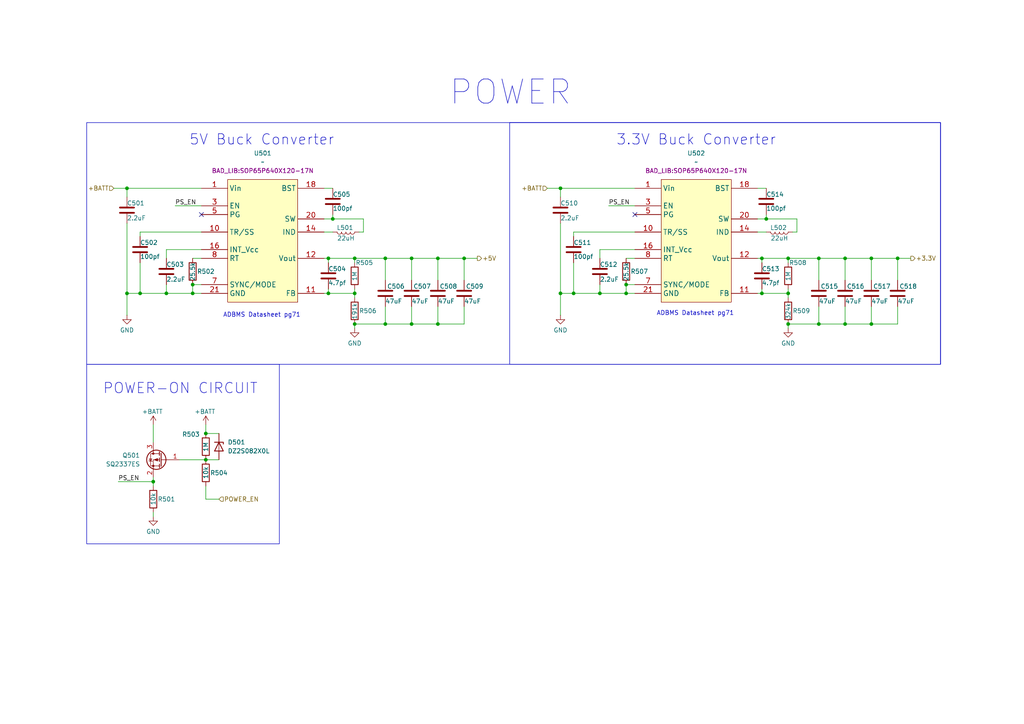
<source format=kicad_sch>
(kicad_sch (version 20250114) (generator "eeschema") (generator_version "9.0")
  (paper "A4")
  (lib_symbols
    (symbol "Device:C" (pin_numbers (hide yes)) (pin_names (offset 0.254))
      (property "Reference" "C" (at 0.635 2.54 0))
      (property "Value" "C" (at 0.635 -2.54 0))
      (symbol "C_0_1"
        (polyline (pts (xy -2.032 0.762) (xy 2.032 0.762)) (stroke (width 0.508)))
        (polyline (pts (xy -2.032 -0.762) (xy 2.032 -0.762)) (stroke (width 0.508)))
      )
      (symbol "C_1_1"
        (pin passive line (at 0 3.81 270) (length 2.794) (name "~") (number "1"))
        (pin passive line (at 0 -3.81 90) (length 2.794) (name "~") (number "2"))
      )
    )
    (symbol "Device:L" (pin_numbers (hide yes)) (pin_names (offset 1.016) (hide yes))
      (property "Reference" "L" (at -1.27 0 90))
      (property "Value" "L" (at 1.905 0 90))
      (symbol "L_0_1"
        (arc (start 0 2.54) (mid 0.6323 1.905) (end 0 1.27))
        (arc (start 0 1.27) (mid 0.6323 0.635) (end 0 0))
        (arc (start 0 0) (mid 0.6323 -0.635) (end 0 -1.27))
        (arc (start 0 -1.27) (mid 0.6323 -1.905) (end 0 -2.54))
      )
      (symbol "L_1_1"
        (pin passive line (at 0 3.81 270) (length 1.27) (name "1") (number "1"))
        (pin passive line (at 0 -3.81 90) (length 1.27) (name "2") (number "2"))
      )
    )
    (symbol "Device:R" (pin_numbers (hide yes)) (pin_names (offset 0))
      (property "Reference" "R" (at 2.032 0 90))
      (property "Value" "R" (at 0 0 90))
      (symbol "R_0_1"
        (rectangle (start -1.016 -2.54) (end 1.016 2.54) (stroke (width 0.254)))
      )
      (symbol "R_1_1"
        (pin passive line (at 0 3.81 270) (length 1.27) (name "~") (number "1"))
        (pin passive line (at 0 -3.81 90) (length 1.27) (name "~") (number "2"))
      )
    )
    (symbol "Diode:DZ2S082X0L" (pin_numbers (hide yes)) (pin_names (hide yes))
      (property "Reference" "D" (at 0 2.54 0))
      (property "Value" "DZ2S082X0L" (at 0 -2.54 0))
      (symbol "DZ2S082X0L_0_1"
        (polyline (pts (xy -1.27 -1.27) (xy -1.27 1.27) (xy -0.762 1.27)) (stroke (width 0.254)))
        (polyline (pts (xy 1.27 0) (xy -1.27 0)))
        (polyline (pts (xy 1.27 -1.27) (xy 1.27 1.27) (xy -1.27 0) (xy 1.27 -1.27)) (stroke (width 0.254)))
      )
      (symbol "DZ2S082X0L_1_1"
        (pin passive line (at -3.81 0 0) (length 2.54) (name "K") (number "1"))
        (pin passive line (at 3.81 0 180) (length 2.54) (name "A") (number "2"))
      )
    )
    (symbol "GND_1" (power) (pin_numbers (hide yes)) (pin_names (offset 0) (hide yes))
      (property "Value" "GND" (at 0 -3.81 0))
      (symbol "GND_1_0_1"
        (polyline (pts (xy 0 0) (xy 0 -1.27) (xy 1.27 -1.27) (xy 0 -2.54) (xy -1.27 -1.27) (xy 0 -1.27)))
      )
      (symbol "GND_1_1_1"
        (pin power_in line (at 0 0 270) (length 0) (name "~") (number "1"))
      )
    )
    (symbol "OlinBAD:LT8631"
      (property "Reference" "U" (at -0.508 19.812 0))
      (property "Footprint" "BAD_LIB:SOP65P640X120-17N" (at 0.254 18.034 0))
      (symbol "LT8631_0_1"
        (rectangle (start -10.16 16.51) (end 10.16 -19.05) (fill (type background)))
      )
      (symbol "LT8631_1_1"
        (pin unspecified line (at -17.78 13.97 0) (length 7.62) (name "Vin") (number "1"))
        (pin unspecified line (at -17.78 8.89 0) (length 7.62) (name "EN") (number "3"))
        (pin unspecified line (at -17.78 6.35 0) (length 7.62) (name "PG") (number "5"))
        (pin unspecified line (at -17.78 1.27 0) (length 7.62) (name "TR/SS") (number "10"))
        (pin unspecified line (at -17.78 -3.81 0) (length 7.62) (name "INT_Vcc") (number "16"))
        (pin unspecified line (at -17.78 -6.35 0) (length 7.62) (name "RT") (number "8"))
        (pin unspecified line (at -17.78 -13.97 0) (length 7.62) (name "SYNC/MODE") (number "7"))
        (pin unspecified line (at -17.78 -16.51 0) (length 7.62) (name "GND") (number "21"))
        (pin no_connect line (at -5.08 -26.67 90) (length 7.62) (hide yes) (name "NC") (number "15"))
        (pin no_connect line (at -2.54 -26.67 90) (length 7.62) (hide yes) (name "NC") (number "13"))
        (pin no_connect line (at 2.54 -26.67 90) (length 7.62) (hide yes) (name "NC") (number "9"))
        (pin no_connect line (at 5.08 -26.67 90) (length 7.62) (hide yes) (name "NC") (number "6"))
        (pin unspecified line (at 17.78 13.97 180) (length 7.62) (name "BST") (number "18"))
        (pin unspecified line (at 17.78 5.08 180) (length 7.62) (name "SW") (number "20"))
        (pin unspecified line (at 17.78 1.27 180) (length 7.62) (name "IND") (number "14"))
        (pin unspecified line (at 17.78 -6.35 180) (length 7.62) (name "Vout") (number "12"))
        (pin unspecified line (at 17.78 -16.51 180) (length 7.62) (name "FB") (number "11"))
      )
    )
    (symbol "Transistor_FET:BSS83P" (pin_names (hide yes))
      (property "Reference" "Q" (at 5.08 1.905 0))
      (property "Value" "BSS83P" (at 5.08 0 0))
      (symbol "BSS83P_0_1"
        (polyline (pts (xy 0.254 1.905) (xy 0.254 -1.905)) (stroke (width 0.254)))
        (polyline (pts (xy 0.254 0) (xy -2.54 0)))
        (polyline (pts (xy 0.762 2.286) (xy 0.762 1.27)) (stroke (width 0.254)))
        (polyline (pts (xy 0.762 1.778) (xy 3.302 1.778) (xy 3.302 -1.778) (xy 0.762 -1.778)))
        (polyline (pts (xy 0.762 0.508) (xy 0.762 -0.508)) (stroke (width 0.254)))
        (polyline (pts (xy 0.762 -1.27) (xy 0.762 -2.286)) (stroke (width 0.254)))
        (circle (center 1.651 0) (radius 2.794) (stroke (width 0.254)))
        (polyline (pts (xy 2.286 0) (xy 1.27 0.381) (xy 1.27 -0.381) (xy 2.286 0)) (fill (type outline)))
        (polyline (pts (xy 2.54 2.54) (xy 2.54 1.778)))
        (circle (center 2.54 1.778) (radius 0.254) (fill (type outline)))
        (circle (center 2.54 -1.778) (radius 0.254) (fill (type outline)))
        (polyline (pts (xy 2.54 -2.54) (xy 2.54 0) (xy 0.762 0)))
        (polyline (pts (xy 2.794 -0.508) (xy 2.921 -0.381) (xy 3.683 -0.381) (xy 3.81 -0.254)))
        (polyline (pts (xy 3.302 -0.381) (xy 2.921 0.254) (xy 3.683 0.254) (xy 3.302 -0.381)))
      )
      (symbol "BSS83P_1_1"
        (pin input line (at -5.08 0 0) (length 2.54) (name "G") (number "1"))
        (pin passive line (at 2.54 5.08 270) (length 2.54) (name "D") (number "3"))
        (pin passive line (at 2.54 -5.08 90) (length 2.54) (name "S") (number "2"))
      )
    )
    (symbol "power:+BATT" (power) (pin_numbers (hide yes)) (pin_names (offset 0) (hide yes))
      (property "Value" "+BATT" (at 0 3.556 0))
      (symbol "+BATT_0_1"
        (polyline (pts (xy -0.762 1.27) (xy 0 2.54)))
        (polyline (pts (xy 0 2.54) (xy 0.762 1.27)))
        (polyline (pts (xy 0 0) (xy 0 2.54)))
      )
      (symbol "+BATT_1_1"
        (pin power_in line (at 0 0 90) (length 0) (name "~") (number "1"))
      )
    )
  )
  (rectangle (start 25.146 105.664) (end 81.026 157.734))
  (rectangle (start 25.146 35.56) (end 272.796 105.664))
  (rectangle (start 147.828 35.56) (end 272.796 105.664))
  (text "3.3V Buck Converter" (at 201.93 40.64 0) (effects (font (size 3 3))))
  (text "ADBMS Datasheet pg71" (at 75.946 91.44 0) (effects (font (size 1.27 1.27))))
  (text "POWER-ON CIRCUIT" (at 52.324 112.776 0) (effects (font (size 3 3))))
  (text "5V Buck Converter" (at 75.946 40.64 0) (effects (font (size 3 3))))
  (text "POWER" (at 148.082 26.924 0) (effects (font (size 7 7))))
  (text "ADBMS Datasheet pg71" (at 201.676 90.932 0) (effects (font (size 1.27 1.27))))
  (junction (at 96.52 63.5))
  (junction (at 220.98 85.09))
  (junction (at 245.11 74.93))
  (junction (at 127 93.98))
  (junction (at 36.83 54.61))
  (junction (at 245.11 93.98))
  (junction (at 95.25 74.93))
  (junction (at 181.61 85.09))
  (junction (at 44.45 139.7))
  (junction (at 228.6 85.09))
  (junction (at 102.87 74.93))
  (junction (at 134.62 74.93))
  (junction (at 111.76 93.98))
  (junction (at 260.35 74.93))
  (junction (at 102.87 85.09))
  (junction (at 59.69 125.73))
  (junction (at 162.56 54.61))
  (junction (at 237.49 93.98))
  (junction (at 119.38 74.93))
  (junction (at 222.25 63.5))
  (junction (at 119.38 93.98))
  (junction (at 181.61 82.55))
  (junction (at 111.76 74.93))
  (junction (at 220.98 74.93))
  (junction (at 252.73 93.98))
  (junction (at 40.64 85.09))
  (junction (at 237.49 74.93))
  (junction (at 173.99 85.09))
  (junction (at 127 74.93))
  (junction (at 36.83 85.09))
  (junction (at 252.73 74.93))
  (junction (at 162.56 85.09))
  (junction (at 55.88 82.55))
  (junction (at 59.69 133.35))
  (junction (at 48.26 85.09))
  (junction (at 55.88 85.09))
  (junction (at 228.6 74.93))
  (junction (at 95.25 85.09))
  (junction (at 166.37 85.09))
  (junction (at 228.6 93.98))
  (junction (at 102.87 93.98))
  (no_connect (at 184.15 62.23))
  (no_connect (at 58.42 62.23))
  (wire (pts (xy 59.69 144.78) (xy 63.5 144.78)))
  (wire (pts (xy 96.52 63.5) (xy 105.41 63.5)))
  (wire (pts (xy 176.53 59.69) (xy 184.15 59.69)))
  (wire (pts (xy 231.14 67.31) (xy 229.87 67.31)))
  (wire (pts (xy 40.64 67.31) (xy 40.64 68.58)))
  (wire (pts (xy 44.45 138.43) (xy 44.45 139.7)))
  (wire (pts (xy 252.73 74.93) (xy 252.73 81.28)))
  (wire (pts (xy 219.71 74.93) (xy 220.98 74.93)))
  (wire (pts (xy 228.6 93.98) (xy 237.49 93.98)))
  (wire (pts (xy 181.61 82.55) (xy 181.61 85.09)))
  (wire (pts (xy 55.88 74.93) (xy 58.42 74.93)))
  (wire (pts (xy 252.73 74.93) (xy 245.11 74.93)))
  (wire (pts (xy 237.49 74.93) (xy 237.49 81.28)))
  (wire (pts (xy 127 74.93) (xy 119.38 74.93)))
  (wire (pts (xy 245.11 74.93) (xy 245.11 81.28)))
  (wire (pts (xy 127 74.93) (xy 127 81.28)))
  (wire (pts (xy 93.98 74.93) (xy 95.25 74.93)))
  (wire (pts (xy 237.49 93.98) (xy 245.11 93.98)))
  (wire (pts (xy 119.38 88.9) (xy 119.38 93.98)))
  (wire (pts (xy 102.87 74.93) (xy 102.87 76.2)))
  (wire (pts (xy 93.98 85.09) (xy 95.25 85.09)))
  (wire (pts (xy 219.71 67.31) (xy 222.25 67.31)))
  (wire (pts (xy 166.37 67.31) (xy 166.37 68.58)))
  (wire (pts (xy 162.56 57.15) (xy 162.56 54.61)))
  (wire (pts (xy 119.38 93.98) (xy 127 93.98)))
  (wire (pts (xy 102.87 83.82) (xy 102.87 85.09)))
  (wire (pts (xy 220.98 74.93) (xy 228.6 74.93)))
  (wire (pts (xy 36.83 85.09) (xy 40.64 85.09)))
  (wire (pts (xy 134.62 74.93) (xy 138.43 74.93)))
  (wire (pts (xy 58.42 67.31) (xy 40.64 67.31)))
  (wire (pts (xy 245.11 88.9) (xy 245.11 93.98)))
  (wire (pts (xy 36.83 54.61) (xy 58.42 54.61)))
  (wire (pts (xy 95.25 83.82) (xy 95.25 85.09)))
  (wire (pts (xy 93.98 67.31) (xy 96.52 67.31)))
  (wire (pts (xy 36.83 64.77) (xy 36.83 85.09)))
  (wire (pts (xy 95.25 85.09) (xy 102.87 85.09)))
  (wire (pts (xy 44.45 148.59) (xy 44.45 149.86)))
  (wire (pts (xy 95.25 74.93) (xy 95.25 76.2)))
  (wire (pts (xy 105.41 63.5) (xy 105.41 67.31)))
  (wire (pts (xy 44.45 123.19) (xy 44.45 128.27)))
  (wire (pts (xy 162.56 85.09) (xy 166.37 85.09)))
  (wire (pts (xy 228.6 74.93) (xy 228.6 76.2)))
  (wire (pts (xy 166.37 76.2) (xy 166.37 85.09)))
  (wire (pts (xy 58.42 72.39) (xy 48.26 72.39)))
  (wire (pts (xy 93.98 54.61) (xy 96.52 54.61)))
  (wire (pts (xy 134.62 88.9) (xy 134.62 93.98)))
  (wire (pts (xy 260.35 74.93) (xy 260.35 81.28)))
  (wire (pts (xy 231.14 63.5) (xy 231.14 67.31)))
  (wire (pts (xy 102.87 86.36) (xy 102.87 85.09)))
  (wire (pts (xy 105.41 67.31) (xy 104.14 67.31)))
  (wire (pts (xy 36.83 54.61) (xy 33.02 54.61)))
  (wire (pts (xy 48.26 72.39) (xy 48.26 74.93)))
  (wire (pts (xy 228.6 74.93) (xy 237.49 74.93)))
  (wire (pts (xy 181.61 82.55) (xy 184.15 82.55)))
  (wire (pts (xy 96.52 63.5) (xy 96.52 62.23)))
  (wire (pts (xy 48.26 85.09) (xy 55.88 85.09)))
  (wire (pts (xy 220.98 74.93) (xy 220.98 76.2)))
  (wire (pts (xy 222.25 63.5) (xy 222.25 62.23)))
  (wire (pts (xy 222.25 63.5) (xy 231.14 63.5)))
  (wire (pts (xy 55.88 85.09) (xy 58.42 85.09)))
  (wire (pts (xy 50.8 59.69) (xy 58.42 59.69)))
  (wire (pts (xy 252.73 88.9) (xy 252.73 93.98)))
  (wire (pts (xy 119.38 74.93) (xy 119.38 81.28)))
  (wire (pts (xy 162.56 54.61) (xy 184.15 54.61)))
  (wire (pts (xy 102.87 93.98) (xy 102.87 95.25)))
  (wire (pts (xy 162.56 54.61) (xy 158.75 54.61)))
  (wire (pts (xy 220.98 83.82) (xy 220.98 85.09)))
  (wire (pts (xy 245.11 93.98) (xy 252.73 93.98)))
  (wire (pts (xy 228.6 86.36) (xy 228.6 85.09)))
  (wire (pts (xy 127 93.98) (xy 134.62 93.98)))
  (wire (pts (xy 111.76 74.93) (xy 111.76 81.28)))
  (wire (pts (xy 36.83 85.09) (xy 36.83 91.44)))
  (wire (pts (xy 219.71 85.09) (xy 220.98 85.09)))
  (wire (pts (xy 48.26 82.55) (xy 48.26 85.09)))
  (wire (pts (xy 40.64 76.2) (xy 40.64 85.09)))
  (wire (pts (xy 260.35 74.93) (xy 264.16 74.93)))
  (wire (pts (xy 111.76 88.9) (xy 111.76 93.98)))
  (wire (pts (xy 59.69 133.35) (xy 63.5 133.35)))
  (wire (pts (xy 55.88 82.55) (xy 55.88 85.09)))
  (wire (pts (xy 34.29 139.7) (xy 44.45 139.7)))
  (wire (pts (xy 220.98 85.09) (xy 228.6 85.09)))
  (wire (pts (xy 219.71 63.5) (xy 222.25 63.5)))
  (wire (pts (xy 59.69 125.73) (xy 59.69 123.19)))
  (wire (pts (xy 181.61 85.09) (xy 184.15 85.09)))
  (wire (pts (xy 260.35 74.93) (xy 252.73 74.93)))
  (wire (pts (xy 36.83 57.15) (xy 36.83 54.61)))
  (wire (pts (xy 237.49 74.93) (xy 245.11 74.93)))
  (wire (pts (xy 102.87 93.98) (xy 111.76 93.98)))
  (wire (pts (xy 59.69 125.73) (xy 63.5 125.73)))
  (wire (pts (xy 127 88.9) (xy 127 93.98)))
  (wire (pts (xy 184.15 67.31) (xy 166.37 67.31)))
  (wire (pts (xy 228.6 93.98) (xy 228.6 95.25)))
  (wire (pts (xy 184.15 72.39) (xy 173.99 72.39)))
  (wire (pts (xy 173.99 82.55) (xy 173.99 85.09)))
  (wire (pts (xy 44.45 140.97) (xy 44.45 139.7)))
  (wire (pts (xy 111.76 93.98) (xy 119.38 93.98)))
  (wire (pts (xy 162.56 64.77) (xy 162.56 85.09)))
  (wire (pts (xy 173.99 72.39) (xy 173.99 74.93)))
  (wire (pts (xy 181.61 74.93) (xy 184.15 74.93)))
  (wire (pts (xy 219.71 54.61) (xy 222.25 54.61)))
  (wire (pts (xy 102.87 74.93) (xy 111.76 74.93)))
  (wire (pts (xy 59.69 140.97) (xy 59.69 144.78)))
  (wire (pts (xy 93.98 63.5) (xy 96.52 63.5)))
  (wire (pts (xy 252.73 93.98) (xy 260.35 93.98)))
  (wire (pts (xy 260.35 88.9) (xy 260.35 93.98)))
  (wire (pts (xy 134.62 74.93) (xy 127 74.93)))
  (wire (pts (xy 40.64 85.09) (xy 48.26 85.09)))
  (wire (pts (xy 55.88 82.55) (xy 58.42 82.55)))
  (wire (pts (xy 228.6 83.82) (xy 228.6 85.09)))
  (wire (pts (xy 52.07 133.35) (xy 59.69 133.35)))
  (wire (pts (xy 173.99 85.09) (xy 181.61 85.09)))
  (wire (pts (xy 111.76 74.93) (xy 119.38 74.93)))
  (wire (pts (xy 134.62 74.93) (xy 134.62 81.28)))
  (wire (pts (xy 95.25 74.93) (xy 102.87 74.93)))
  (wire (pts (xy 166.37 85.09) (xy 173.99 85.09)))
  (wire (pts (xy 237.49 88.9) (xy 237.49 93.98)))
  (wire (pts (xy 162.56 85.09) (xy 162.56 91.44)))
  (label "PS_EN" (at 176.53 59.69 0))
  (label "PS_EN" (at 34.29 139.7 0))
  (label "PS_EN" (at 50.8 59.69 0))
  (hierarchical_label "+BATT" (shape input) (at 33.02 54.61 180))
  (hierarchical_label "POWER_EN" (shape input) (at 63.5 144.78 0))
  (hierarchical_label "+BATT" (shape input) (at 158.75 54.61 180))
  (hierarchical_label "+5V" (shape output) (at 138.43 74.93 0))
  (hierarchical_label "+3.3V" (shape output) (at 264.16 74.93 0))
  (symbol (lib_id "Device:C") (at 252.73 85.09 0) (unit 1)
    (property "Reference" "C517" (at 253.238 83.058 0) (effects (justify left)))
    (property "Value" "47uF" (at 252.73 87.376 0) (effects (justify left)))
    (property "Footprint" "Capacitor_SMD:C_1206_3216Metric" (effects (hide yes)))
    (property "Description" "Unpolarized capacitor" (effects (hide yes)))
  )
  (symbol (lib_id "Device:R") (at 59.69 129.54 0) (unit 1)
    (property "Reference" "R503" (at 52.832 125.984 0) (effects (justify left)))
    (property "Value" "1M" (at 59.69 131.064 90) (effects (justify left)))
    (property "Footprint" "Resistor_SMD:R_0603_1608Metric" (effects (hide yes)))
    (property "Description" "Resistor" (effects (hide yes)))
  )
  (symbol (lib_id "Device:C") (at 36.83 60.96 0) (unit 1)
    (property "Reference" "C501" (at 36.83 58.928 0) (effects (justify left)))
    (property "Value" "2.2uF" (at 36.83 63.246 0) (effects (justify left)))
    (property "Footprint" "Capacitor_SMD:C_0603_1608Metric" (effects (hide yes)))
    (property "Description" "Unpolarized capacitor" (effects (hide yes)))
  )
  (symbol (lib_id "Device:R") (at 59.69 137.16 0) (unit 1)
    (property "Reference" "R504" (at 60.96 137.16 0) (effects (justify left)))
    (property "Value" "10k" (at 59.69 138.938 90) (effects (justify left)))
    (property "Footprint" "Resistor_SMD:R_0603_1608Metric" (effects (hide yes)))
    (property "Description" "Resistor" (effects (hide yes)))
  )
  (symbol (lib_id "Device:R") (at 55.88 78.74 0) (unit 1)
    (property "Reference" "R502" (at 57.15 78.74 0) (effects (justify left)))
    (property "Value" "25.5k" (at 55.88 81.534 90) (effects (justify left)))
    (property "Footprint" "Resistor_SMD:R_0603_1608Metric" (effects (hide yes)))
    (property "Description" "Resistor" (effects (hide yes)))
  )
  (symbol (lib_id "Device:C") (at 260.35 85.09 0) (unit 1)
    (property "Reference" "C518" (at 260.858 83.058 0) (effects (justify left)))
    (property "Value" "47uF" (at 260.35 87.376 0) (effects (justify left)))
    (property "Footprint" "Capacitor_SMD:C_1206_3216Metric" (effects (hide yes)))
    (property "Description" "Unpolarized capacitor" (effects (hide yes)))
  )
  (symbol (lib_name "GND_1") (lib_id "power:GND") (at 162.56 91.44 0) (unit 1)
    (property "Reference" "#PWR0506" (effects (hide yes)))
    (property "Value" "GND" (at 162.56 95.758 0))
    (property "Description" "Power symbol creates a global label with name \"GND\" , ground" (effects (hide yes)))
  )
  (symbol (lib_name "GND_1") (lib_id "power:GND") (at 44.45 149.86 0) (unit 1)
    (property "Reference" "#PWR0503" (effects (hide yes)))
    (property "Value" "GND" (at 44.45 154.178 0))
    (property "Description" "Power symbol creates a global label with name \"GND\" , ground" (effects (hide yes)))
  )
  (symbol (lib_id "Device:R") (at 102.87 80.01 0) (unit 1)
    (property "Reference" "R505" (at 103.124 76.2 0) (effects (justify left)))
    (property "Value" "1M" (at 102.87 81.534 90) (effects (justify left)))
    (property "Footprint" "Resistor_SMD:R_0603_1608Metric" (effects (hide yes)))
    (property "Description" "Resistor" (effects (hide yes)))
  )
  (symbol (lib_id "Device:C") (at 245.11 85.09 0) (unit 1)
    (property "Reference" "C516" (at 245.618 83.058 0) (effects (justify left)))
    (property "Value" "47uF" (at 245.11 87.376 0) (effects (justify left)))
    (property "Footprint" "Capacitor_SMD:C_1206_3216Metric" (effects (hide yes)))
    (property "Description" "Unpolarized capacitor" (effects (hide yes)))
  )
  (symbol (lib_id "Device:R") (at 102.87 90.17 0) (unit 1)
    (property "Reference" "R506" (at 104.14 90.17 0) (effects (justify left)))
    (property "Value" "191k" (at 102.87 92.71 90) (effects (justify left)))
    (property "Footprint" "Resistor_SMD:R_0603_1608Metric" (effects (hide yes)))
    (property "Description" "Resistor" (effects (hide yes)))
  )
  (symbol (lib_id "Device:C") (at 173.99 78.74 0) (unit 1)
    (property "Reference" "C512" (at 173.99 76.708 0) (effects (justify left)))
    (property "Value" "2.2uF" (at 173.99 81.026 0) (effects (justify left)))
    (property "Footprint" "Capacitor_SMD:C_0603_1608Metric" (effects (hide yes)))
    (property "Description" "Unpolarized capacitor" (effects (hide yes)))
  )
  (symbol (lib_id "Device:C") (at 127 85.09 0) (unit 1)
    (property "Reference" "C508" (at 127.508 83.058 0) (effects (justify left)))
    (property "Value" "47uF" (at 127 87.376 0) (effects (justify left)))
    (property "Footprint" "Capacitor_SMD:C_1206_3216Metric" (effects (hide yes)))
    (property "Description" "Unpolarized capacitor" (effects (hide yes)))
  )
  (symbol (lib_id "Device:C") (at 134.62 85.09 0) (unit 1)
    (property "Reference" "C509" (at 135.128 83.058 0) (effects (justify left)))
    (property "Value" "47uF" (at 134.62 87.376 0) (effects (justify left)))
    (property "Footprint" "Capacitor_SMD:C_1206_3216Metric" (effects (hide yes)))
    (property "Description" "Unpolarized capacitor" (effects (hide yes)))
  )
  (symbol (lib_id "Device:R") (at 228.6 90.17 0) (unit 1)
    (property "Reference" "R509" (at 229.87 90.17 0) (effects (justify left)))
    (property "Value" "324k" (at 228.6 92.71 90) (effects (justify left)))
    (property "Footprint" "Resistor_SMD:R_0603_1608Metric" (effects (hide yes)))
    (property "Description" "Resistor" (effects (hide yes)))
  )
  (symbol (lib_id "Device:C") (at 111.76 85.09 0) (unit 1)
    (property "Reference" "C506" (at 112.268 83.058 0) (effects (justify left)))
    (property "Value" "47uF" (at 111.76 87.376 0) (effects (justify left)))
    (property "Footprint" "Capacitor_SMD:C_1206_3216Metric" (effects (hide yes)))
    (property "Description" "Unpolarized capacitor" (effects (hide yes)))
  )
  (symbol (lib_id "Device:C") (at 96.52 58.42 0) (unit 1)
    (property "Reference" "C505" (at 96.52 56.388 0) (effects (justify left)))
    (property "Value" "100pf" (at 96.52 60.452 0) (effects (justify left)))
    (property "Footprint" "Capacitor_SMD:C_0603_1608Metric" (effects (hide yes)))
    (property "Description" "Unpolarized capacitor" (effects (hide yes)))
  )
  (symbol (lib_id "Device:C") (at 220.98 80.01 0) (unit 1)
    (property "Reference" "C513" (at 220.98 77.978 0) (effects (justify left)))
    (property "Value" "4.7pf" (at 220.98 82.042 0) (effects (justify left)))
    (property "Footprint" "Capacitor_SMD:C_0603_1608Metric" (effects (hide yes)))
    (property "Description" "Unpolarized capacitor" (effects (hide yes)))
  )
  (symbol (lib_id "Device:R") (at 44.45 144.78 0) (unit 1)
    (property "Reference" "R501" (at 45.72 144.78 0) (effects (justify left)))
    (property "Value" "10k" (at 44.45 146.558 90) (effects (justify left)))
    (property "Footprint" "Resistor_SMD:R_0603_1608Metric" (effects (hide yes)))
    (property "Description" "Resistor" (effects (hide yes)))
  )
  (symbol (lib_id "Device:C") (at 222.25 58.42 0) (unit 1)
    (property "Reference" "C514" (at 222.25 56.388 0) (effects (justify left)))
    (property "Value" "100pf" (at 222.25 60.452 0) (effects (justify left)))
    (property "Footprint" "Capacitor_SMD:C_0603_1608Metric" (effects (hide yes)))
    (property "Description" "Unpolarized capacitor" (effects (hide yes)))
  )
  (symbol (lib_name "GND_1") (lib_id "power:GND") (at 102.87 95.25 0) (unit 1)
    (property "Reference" "#PWR0505" (effects (hide yes)))
    (property "Value" "GND" (at 102.87 99.568 0))
    (property "Description" "Power symbol creates a global label with name \"GND\" , ground" (effects (hide yes)))
  )
  (symbol (lib_id "Transistor_FET:BSS83P") (at 46.99 133.35 0) (mirror y) (unit 1)
    (property "Reference" "Q501" (at 40.64 132.0799 0) (effects (justify left)))
    (property "Value" "SQ2337ES" (at 40.64 134.6199 0) (effects (justify left)))
    (property "Footprint" "Package_TO_SOT_SMD:SOT-23" (effects (hide yes)))
    (property "Datasheet" "https://www.vishay.com/docs/66717/sq2337es.pdf" (effects (hide yes)))
    (property "Description" "Automotive P-Channel 80 V (D-S) 175 °C MOSFET" (effects (hide yes)))
  )
  (symbol (lib_id "Device:R") (at 228.6 80.01 0) (unit 1)
    (property "Reference" "R508" (at 228.854 76.2 0) (effects (justify left)))
    (property "Value" "1M" (at 228.6 81.534 90) (effects (justify left)))
    (property "Footprint" "Resistor_SMD:R_0603_1608Metric" (effects (hide yes)))
    (property "Description" "Resistor" (effects (hide yes)))
  )
  (symbol (lib_id "Device:C") (at 119.38 85.09 0) (unit 1)
    (property "Reference" "C507" (at 119.888 83.058 0) (effects (justify left)))
    (property "Value" "47uF" (at 119.38 87.376 0) (effects (justify left)))
    (property "Footprint" "Capacitor_SMD:C_1206_3216Metric" (effects (hide yes)))
    (property "Description" "Unpolarized capacitor" (effects (hide yes)))
  )
  (symbol (lib_id "Device:L") (at 226.06 67.31 270) (unit 1)
    (property "Reference" "L502" (at 225.806 66.04 90))
    (property "Value" "22uH" (at 226.06 69.088 90))
    (property "Footprint" "Inductor_SMD:L_12x12mm_H4.5mm" (effects (hide yes)))
    (property "Description" "Inductor" (effects (hide yes)))
  )
  (symbol (lib_id "power:+BATT") (at 44.45 123.19 0) (unit 1)
    (property "Reference" "#PWR0502" (effects (hide yes)))
    (property "Value" "+BATT" (at 44.196 119.38 0))
    (property "Description" "Power symbol creates a global label with name \"+BATT\"" (effects (hide yes)))
  )
  (symbol (lib_name "GND_1") (lib_id "power:GND") (at 228.6 95.25 0) (unit 1)
    (property "Reference" "#PWR0507" (effects (hide yes)))
    (property "Value" "GND" (at 228.6 99.568 0))
    (property "Description" "Power symbol creates a global label with name \"GND\" , ground" (effects (hide yes)))
  )
  (symbol (lib_id "Device:L") (at 100.33 67.31 270) (unit 1)
    (property "Reference" "L501" (at 100.076 66.04 90))
    (property "Value" "22uH" (at 100.33 69.088 90))
    (property "Footprint" "Inductor_SMD:L_12x12mm_H4.5mm" (effects (hide yes)))
    (property "Description" "Inductor" (effects (hide yes)))
  )
  (symbol (lib_id "Device:C") (at 237.49 85.09 0) (unit 1)
    (property "Reference" "C515" (at 237.998 83.058 0) (effects (justify left)))
    (property "Value" "47uF" (at 237.49 87.376 0) (effects (justify left)))
    (property "Footprint" "Capacitor_SMD:C_1206_3216Metric" (effects (hide yes)))
    (property "Description" "Unpolarized capacitor" (effects (hide yes)))
  )
  (symbol (lib_name "GND_1") (lib_id "power:GND") (at 36.83 91.44 0) (unit 1)
    (property "Reference" "#PWR0501" (effects (hide yes)))
    (property "Value" "GND" (at 36.83 95.758 0))
    (property "Description" "Power symbol creates a global label with name \"GND\" , ground" (effects (hide yes)))
  )
  (symbol (lib_id "Device:C") (at 40.64 72.39 0) (unit 1)
    (property "Reference" "C502" (at 40.64 70.358 0) (effects (justify left)))
    (property "Value" "100pf" (at 40.64 74.422 0) (effects (justify left)))
    (property "Footprint" "Capacitor_SMD:C_0603_1608Metric" (effects (hide yes)))
    (property "Description" "Unpolarized capacitor" (effects (hide yes)))
  )
  (symbol (lib_id "OlinBAD:LT8631") (at 201.93 68.58 0) (unit 1)
    (property "Reference" "U502" (at 201.93 44.45 0))
    (property "Value" "~" (at 201.93 46.99 0))
    (property "Footprint" "BAD_LIB:SOP65P640X120-17N" (at 201.93 49.53 0))
  )
  (symbol (lib_id "Device:C") (at 48.26 78.74 0) (unit 1)
    (property "Reference" "C503" (at 48.26 76.708 0) (effects (justify left)))
    (property "Value" "2.2uF" (at 48.26 81.026 0) (effects (justify left)))
    (property "Footprint" "Capacitor_SMD:C_0603_1608Metric" (effects (hide yes)))
    (property "Description" "Unpolarized capacitor" (effects (hide yes)))
  )
  (symbol (lib_id "OlinBAD:LT8631") (at 76.2 68.58 0) (unit 1)
    (property "Reference" "U501" (at 76.2 44.45 0))
    (property "Value" "~" (at 76.2 46.99 0))
    (property "Footprint" "BAD_LIB:SOP65P640X120-17N" (at 76.2 49.53 0))
  )
  (symbol (lib_id "Device:C") (at 95.25 80.01 0) (unit 1)
    (property "Reference" "C504" (at 95.25 77.978 0) (effects (justify left)))
    (property "Value" "4.7pf" (at 95.25 82.042 0) (effects (justify left)))
    (property "Footprint" "Capacitor_SMD:C_0603_1608Metric" (effects (hide yes)))
    (property "Description" "Unpolarized capacitor" (effects (hide yes)))
  )
  (symbol (lib_id "power:+BATT") (at 59.69 123.19 0) (unit 1)
    (property "Reference" "#PWR0504" (effects (hide yes)))
    (property "Value" "+BATT" (at 59.436 119.38 0))
    (property "Description" "Power symbol creates a global label with name \"+BATT\"" (effects (hide yes)))
  )
  (symbol (lib_id "Device:C") (at 166.37 72.39 0) (unit 1)
    (property "Reference" "C511" (at 166.37 70.358 0) (effects (justify left)))
    (property "Value" "100pf" (at 166.37 74.422 0) (effects (justify left)))
    (property "Footprint" "Capacitor_SMD:C_0603_1608Metric" (effects (hide yes)))
    (property "Description" "Unpolarized capacitor" (effects (hide yes)))
  )
  (symbol (lib_id "Diode:DZ2S082X0L") (at 63.5 129.54 270) (unit 1)
    (property "Reference" "D501" (at 66.04 128.2699 90) (effects (justify left)))
    (property "Value" "DZ2S082X0L" (at 66.04 130.8099 90) (effects (justify left)))
    (property "Footprint" "Diode_SMD:D_SOD-523" (effects (hide yes)))
    (property "Datasheet" "https://industrial.panasonic.com/content/data/SC/ds/ds4/DZ2S08200L_E.pdf" (effects (hide yes)))
    (property "Description" "150mW Silicon Planar Zener Diode, 8.2V, SOD-523" (effects (hide yes)))
  )
  (symbol (lib_id "Device:C") (at 162.56 60.96 0) (unit 1)
    (property "Reference" "C510" (at 162.56 58.928 0) (effects (justify left)))
    (property "Value" "2.2uF" (at 162.56 63.246 0) (effects (justify left)))
    (property "Footprint" "Capacitor_SMD:C_0603_1608Metric" (effects (hide yes)))
    (property "Description" "Unpolarized capacitor" (effects (hide yes)))
  )
  (symbol (lib_id "Device:R") (at 181.61 78.74 0) (unit 1)
    (property "Reference" "R507" (at 182.88 78.74 0) (effects (justify left)))
    (property "Value" "25.5k" (at 181.61 81.534 90) (effects (justify left)))
    (property "Footprint" "Resistor_SMD:R_0603_1608Metric" (effects (hide yes)))
    (property "Description" "Resistor" (effects (hide yes)))
  )
)
</source>
